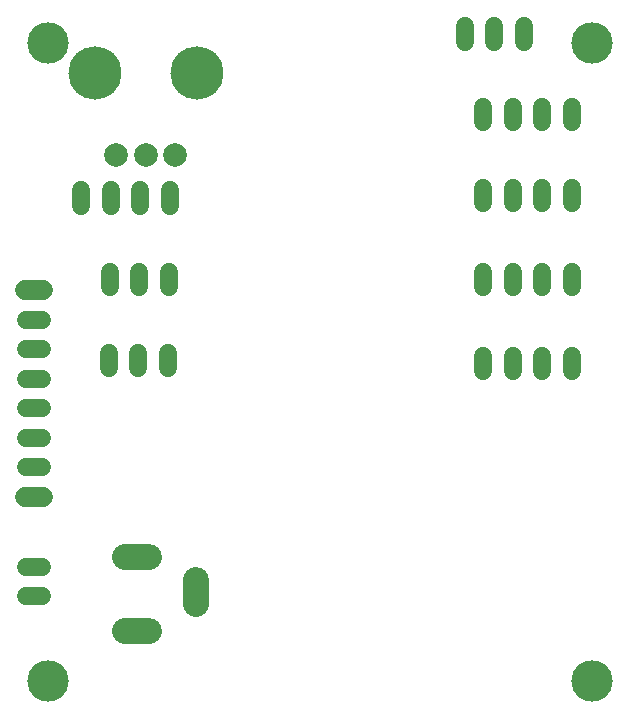
<source format=gbr>
G04 EAGLE Gerber RS-274X export*
G75*
%MOMM*%
%FSLAX34Y34*%
%LPD*%
%INSoldermask Bottom*%
%IPPOS*%
%AMOC8*
5,1,8,0,0,1.08239X$1,22.5*%
G01*
%ADD10C,3.503200*%
%ADD11C,1.511200*%
%ADD12C,1.711200*%
%ADD13C,2.203200*%
%ADD14C,2.003200*%
%ADD15C,4.503200*%


D10*
X30000Y550000D03*
X490000Y550000D03*
X490000Y10000D03*
X30000Y10000D03*
D11*
X82080Y343360D02*
X82080Y356440D01*
X107080Y356440D02*
X107080Y343360D01*
X132080Y343360D02*
X132080Y356440D01*
X398000Y285320D02*
X398000Y272240D01*
X423000Y272240D02*
X423000Y285320D01*
X448000Y285320D02*
X448000Y272240D01*
X473000Y272240D02*
X473000Y285320D01*
D12*
X25320Y166030D02*
X10240Y166030D01*
D11*
X11240Y191030D02*
X24320Y191030D01*
X24320Y216030D02*
X11240Y216030D01*
X11240Y241030D02*
X24320Y241030D01*
X24320Y266030D02*
X11240Y266030D01*
X11240Y291030D02*
X24320Y291030D01*
X24320Y316030D02*
X11240Y316030D01*
D12*
X10240Y341030D02*
X25320Y341030D01*
D11*
X398000Y483060D02*
X398000Y496140D01*
X423000Y496140D02*
X423000Y483060D01*
X448000Y483060D02*
X448000Y496140D01*
X473000Y496140D02*
X473000Y483060D01*
X24320Y81740D02*
X11240Y81740D01*
X11240Y106740D02*
X24320Y106740D01*
X398000Y414480D02*
X398000Y427560D01*
X423000Y427560D02*
X423000Y414480D01*
X448000Y414480D02*
X448000Y427560D01*
X473000Y427560D02*
X473000Y414480D01*
X57640Y412420D02*
X57640Y425500D01*
X82640Y425500D02*
X82640Y412420D01*
X107640Y412420D02*
X107640Y425500D01*
X132640Y425500D02*
X132640Y412420D01*
X382562Y551564D02*
X382562Y564644D01*
X407562Y564644D02*
X407562Y551564D01*
X432562Y551564D02*
X432562Y564644D01*
X398000Y356440D02*
X398000Y343360D01*
X423000Y343360D02*
X423000Y356440D01*
X448000Y356440D02*
X448000Y343360D01*
X473000Y343360D02*
X473000Y356440D01*
D13*
X115020Y115460D02*
X95020Y115460D01*
X95020Y52460D02*
X115020Y52460D01*
X155020Y75460D02*
X155020Y95460D01*
D14*
X87550Y455250D03*
X112550Y455250D03*
X137550Y455250D03*
D15*
X155550Y525250D03*
X69550Y525250D03*
D11*
X81280Y288000D02*
X81280Y274920D01*
X106280Y274920D02*
X106280Y288000D01*
X131280Y288000D02*
X131280Y274920D01*
M02*

</source>
